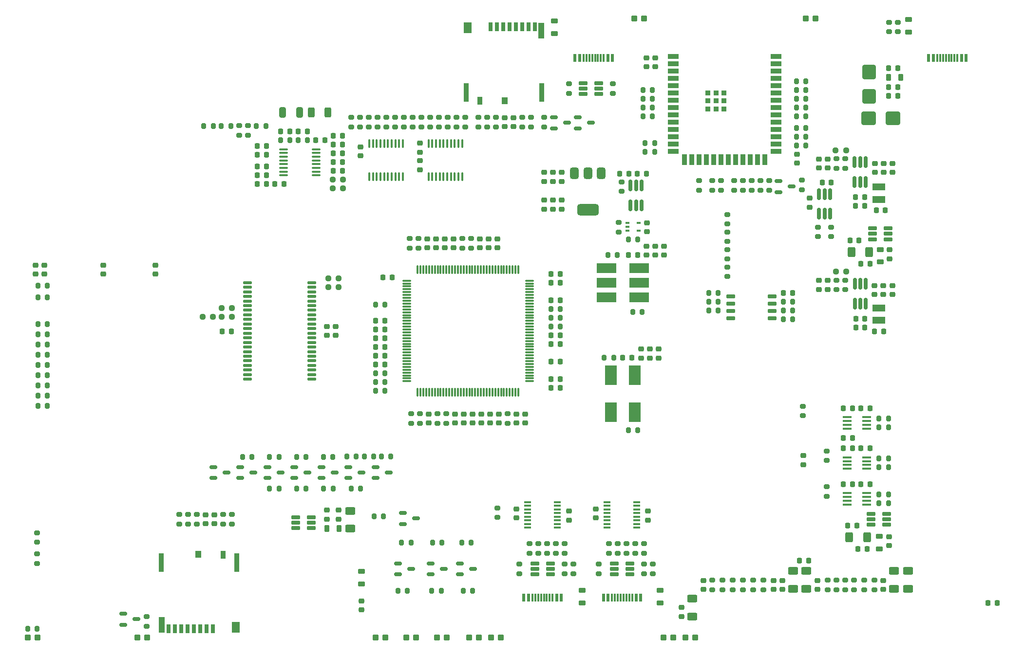
<source format=gbr>
%TF.GenerationSoftware,KiCad,Pcbnew,8.0.4*%
%TF.CreationDate,2024-07-29T15:07:11-07:00*%
%TF.ProjectId,PETER,50455445-522e-46b6-9963-61645f706362,0*%
%TF.SameCoordinates,Original*%
%TF.FileFunction,Paste,Top*%
%TF.FilePolarity,Positive*%
%FSLAX46Y46*%
G04 Gerber Fmt 4.6, Leading zero omitted, Abs format (unit mm)*
G04 Created by KiCad (PCBNEW 8.0.4) date 2024-07-29 15:07:11*
%MOMM*%
%LPD*%
G01*
G04 APERTURE LIST*
G04 Aperture macros list*
%AMRoundRect*
0 Rectangle with rounded corners*
0 $1 Rounding radius*
0 $2 $3 $4 $5 $6 $7 $8 $9 X,Y pos of 4 corners*
0 Add a 4 corners polygon primitive as box body*
4,1,4,$2,$3,$4,$5,$6,$7,$8,$9,$2,$3,0*
0 Add four circle primitives for the rounded corners*
1,1,$1+$1,$2,$3*
1,1,$1+$1,$4,$5*
1,1,$1+$1,$6,$7*
1,1,$1+$1,$8,$9*
0 Add four rect primitives between the rounded corners*
20,1,$1+$1,$2,$3,$4,$5,0*
20,1,$1+$1,$4,$5,$6,$7,0*
20,1,$1+$1,$6,$7,$8,$9,0*
20,1,$1+$1,$8,$9,$2,$3,0*%
G04 Aperture macros list end*
%ADD10RoundRect,0.200000X0.200000X0.275000X-0.200000X0.275000X-0.200000X-0.275000X0.200000X-0.275000X0*%
%ADD11RoundRect,0.162500X-0.617500X-0.162500X0.617500X-0.162500X0.617500X0.162500X-0.617500X0.162500X0*%
%ADD12RoundRect,0.150000X-0.512500X-0.150000X0.512500X-0.150000X0.512500X0.150000X-0.512500X0.150000X0*%
%ADD13RoundRect,0.225000X-0.225000X-0.250000X0.225000X-0.250000X0.225000X0.250000X-0.225000X0.250000X0*%
%ADD14RoundRect,0.200000X-0.275000X0.200000X-0.275000X-0.200000X0.275000X-0.200000X0.275000X0.200000X0*%
%ADD15RoundRect,0.218750X0.218750X0.381250X-0.218750X0.381250X-0.218750X-0.381250X0.218750X-0.381250X0*%
%ADD16R,0.600000X1.450000*%
%ADD17R,0.300000X1.450000*%
%ADD18RoundRect,0.200000X-0.200000X-0.275000X0.200000X-0.275000X0.200000X0.275000X-0.200000X0.275000X0*%
%ADD19RoundRect,0.200000X0.275000X-0.200000X0.275000X0.200000X-0.275000X0.200000X-0.275000X-0.200000X0*%
%ADD20RoundRect,0.250000X0.300000X0.250000X-0.300000X0.250000X-0.300000X-0.250000X0.300000X-0.250000X0*%
%ADD21RoundRect,0.218750X-0.381250X0.218750X-0.381250X-0.218750X0.381250X-0.218750X0.381250X0.218750X0*%
%ADD22RoundRect,0.225000X0.225000X0.250000X-0.225000X0.250000X-0.225000X-0.250000X0.225000X-0.250000X0*%
%ADD23RoundRect,0.218750X0.381250X-0.218750X0.381250X0.218750X-0.381250X0.218750X-0.381250X-0.218750X0*%
%ADD24RoundRect,0.225000X-0.250000X0.225000X-0.250000X-0.225000X0.250000X-0.225000X0.250000X0.225000X0*%
%ADD25R,2.220000X1.240000*%
%ADD26R,1.200000X0.400000*%
%ADD27RoundRect,0.225000X0.250000X-0.225000X0.250000X0.225000X-0.250000X0.225000X-0.250000X-0.225000X0*%
%ADD28RoundRect,0.250000X0.625000X-0.400000X0.625000X0.400000X-0.625000X0.400000X-0.625000X-0.400000X0*%
%ADD29R,3.500000X1.800000*%
%ADD30RoundRect,0.162500X0.162500X-0.837500X0.162500X0.837500X-0.162500X0.837500X-0.162500X-0.837500X0*%
%ADD31R,2.000000X3.500000*%
%ADD32RoundRect,0.100000X0.100000X-0.637500X0.100000X0.637500X-0.100000X0.637500X-0.100000X-0.637500X0*%
%ADD33RoundRect,0.250000X-0.400000X-0.625000X0.400000X-0.625000X0.400000X0.625000X-0.400000X0.625000X0*%
%ADD34RoundRect,0.218750X-0.218750X-0.256250X0.218750X-0.256250X0.218750X0.256250X-0.218750X0.256250X0*%
%ADD35R,1.600000X0.400000*%
%ADD36RoundRect,0.237500X0.250000X0.237500X-0.250000X0.237500X-0.250000X-0.237500X0.250000X-0.237500X0*%
%ADD37RoundRect,0.237500X-0.250000X-0.237500X0.250000X-0.237500X0.250000X0.237500X-0.250000X0.237500X0*%
%ADD38RoundRect,0.218750X0.218750X0.256250X-0.218750X0.256250X-0.218750X-0.256250X0.218750X-0.256250X0*%
%ADD39RoundRect,0.218750X0.256250X-0.218750X0.256250X0.218750X-0.256250X0.218750X-0.256250X-0.218750X0*%
%ADD40RoundRect,0.250000X0.325000X0.650000X-0.325000X0.650000X-0.325000X-0.650000X0.325000X-0.650000X0*%
%ADD41RoundRect,0.250000X-0.300000X-0.250000X0.300000X-0.250000X0.300000X0.250000X-0.300000X0.250000X0*%
%ADD42RoundRect,0.250000X-0.625000X0.400000X-0.625000X-0.400000X0.625000X-0.400000X0.625000X0.400000X0*%
%ADD43RoundRect,0.218750X-0.218750X-0.381250X0.218750X-0.381250X0.218750X0.381250X-0.218750X0.381250X0*%
%ADD44RoundRect,0.250000X-1.000000X-0.900000X1.000000X-0.900000X1.000000X0.900000X-1.000000X0.900000X0*%
%ADD45R,0.700000X1.500000*%
%ADD46R,0.900000X1.330000*%
%ADD47R,1.050000X1.180000*%
%ADD48R,1.340000X1.830000*%
%ADD49R,1.060000X2.800000*%
%ADD50R,0.900000X3.330000*%
%ADD51RoundRect,0.075000X0.075000X-0.662500X0.075000X0.662500X-0.075000X0.662500X-0.075000X-0.662500X0*%
%ADD52RoundRect,0.075000X0.662500X-0.075000X0.662500X0.075000X-0.662500X0.075000X-0.662500X-0.075000X0*%
%ADD53R,1.900000X0.900000*%
%ADD54R,0.900000X1.900000*%
%ADD55R,0.900000X0.900000*%
%ADD56RoundRect,0.100000X-0.225000X-0.100000X0.225000X-0.100000X0.225000X0.100000X-0.225000X0.100000X0*%
%ADD57RoundRect,0.100000X-0.637500X-0.100000X0.637500X-0.100000X0.637500X0.100000X-0.637500X0.100000X0*%
%ADD58RoundRect,0.250000X0.900000X-1.000000X0.900000X1.000000X-0.900000X1.000000X-0.900000X-1.000000X0*%
%ADD59RoundRect,0.150000X-0.650000X-0.150000X0.650000X-0.150000X0.650000X0.150000X-0.650000X0.150000X0*%
%ADD60RoundRect,0.375000X-0.375000X0.625000X-0.375000X-0.625000X0.375000X-0.625000X0.375000X0.625000X0*%
%ADD61RoundRect,0.500000X-1.400000X0.500000X-1.400000X-0.500000X1.400000X-0.500000X1.400000X0.500000X0*%
%ADD62RoundRect,0.137500X-0.625000X-0.137500X0.625000X-0.137500X0.625000X0.137500X-0.625000X0.137500X0*%
%ADD63RoundRect,0.250000X-0.312500X-0.625000X0.312500X-0.625000X0.312500X0.625000X-0.312500X0.625000X0*%
G04 APERTURE END LIST*
D10*
%TO.C,R808*%
X52944800Y-74549000D03*
X51294800Y-74549000D03*
%TD*%
D11*
%TO.C,D1201*%
X101062800Y-9464000D03*
X101062800Y-10414000D03*
X101062800Y-11364000D03*
X103762800Y-11364000D03*
X103762800Y-10414000D03*
X103762800Y-9464000D03*
%TD*%
D12*
%TO.C,Q1202*%
X100195300Y-15433000D03*
X100195300Y-17333000D03*
X102470300Y-16383000D03*
%TD*%
D13*
%TO.C,C909*%
X147484800Y-36830000D03*
X149034800Y-36830000D03*
%TD*%
D14*
%TO.C,R205*%
X146671300Y-43752000D03*
X146671300Y-45402000D03*
%TD*%
D15*
%TO.C,FB201*%
X156307300Y-8509000D03*
X154182300Y-8509000D03*
%TD*%
D16*
%TO.C,J1005*%
X104623800Y-99002800D03*
X105423800Y-99002800D03*
D17*
X106623800Y-99002800D03*
X107623800Y-99002800D03*
X108123800Y-99002800D03*
X109123800Y-99002800D03*
D16*
X110323800Y-99002800D03*
X111123800Y-99002800D03*
X111123800Y-99002800D03*
X110323800Y-99002800D03*
D17*
X109623800Y-99002800D03*
X108623800Y-99002800D03*
X107123800Y-99002800D03*
X106123800Y-99002800D03*
D16*
X105423800Y-99002800D03*
X104623800Y-99002800D03*
%TD*%
D18*
%TO.C,R504*%
X66027800Y-74422000D03*
X67677800Y-74422000D03*
%TD*%
D19*
%TO.C,R206*%
X154228800Y-508000D03*
X154228800Y1142000D03*
%TD*%
%TO.C,R1010*%
X107111800Y-91249000D03*
X107111800Y-89599000D03*
%TD*%
D14*
%TO.C,R605*%
X107746800Y-26666000D03*
X107746800Y-28316000D03*
%TD*%
D18*
%TO.C,R601*%
X74917800Y-89408000D03*
X76567800Y-89408000D03*
%TD*%
%TO.C,R904*%
X152514800Y-81026000D03*
X154164800Y-81026000D03*
%TD*%
%TO.C,R1114*%
X138163800Y-17246600D03*
X139813800Y-17246600D03*
%TD*%
D19*
%TO.C,R1119*%
X127050800Y-97594040D03*
X127050800Y-95944040D03*
%TD*%
D20*
%TO.C,D601*%
X72020800Y-105918000D03*
X70320800Y-105918000D03*
%TD*%
D10*
%TO.C,R606*%
X97141800Y-48768000D03*
X95491800Y-48768000D03*
%TD*%
%TO.C,R510*%
X106412800Y-57277000D03*
X104762800Y-57277000D03*
%TD*%
D18*
%TO.C,R803*%
X46596800Y-80010000D03*
X48246800Y-80010000D03*
%TD*%
D13*
%TO.C,C205*%
X95541800Y-60960000D03*
X97091800Y-60960000D03*
%TD*%
D19*
%TO.C,R211*%
X144195800Y-36181800D03*
X144195800Y-34531800D03*
%TD*%
D12*
%TO.C,Q804*%
X50919300Y-76266000D03*
X50919300Y-78166000D03*
X53194300Y-77216000D03*
%TD*%
D19*
%TO.C,R1201*%
X84378800Y-17081000D03*
X84378800Y-15431000D03*
%TD*%
D12*
%TO.C,Q601*%
X74605300Y-93030000D03*
X74605300Y-94930000D03*
X76880300Y-93980000D03*
%TD*%
D18*
%TO.C,R608*%
X69520800Y-89407500D03*
X71170800Y-89407500D03*
%TD*%
D21*
%TO.C,FB1201*%
X96062800Y1316500D03*
X96062800Y-808500D03*
%TD*%
D22*
%TO.C,C804*%
X59245800Y-20193000D03*
X57695800Y-20193000D03*
%TD*%
D23*
%TO.C,FB901*%
X152577800Y-90470500D03*
X152577800Y-88345500D03*
%TD*%
D19*
%TO.C,R1007*%
X110159800Y-91249000D03*
X110159800Y-89599000D03*
%TD*%
D22*
%TO.C,C215*%
X66611800Y-55372000D03*
X65061800Y-55372000D03*
%TD*%
D14*
%TO.C,R202*%
X146645900Y-22644600D03*
X146645900Y-24294600D03*
%TD*%
D19*
%TO.C,R517*%
X87934800Y-68643000D03*
X87934800Y-66993000D03*
%TD*%
D24*
%TO.C,C236*%
X94284800Y-25006000D03*
X94284800Y-26556000D03*
%TD*%
D25*
%TO.C,L202*%
X152513300Y-48567000D03*
X152513300Y-50747000D03*
%TD*%
D24*
%TO.C,C203*%
X83362800Y-67043000D03*
X83362800Y-68593000D03*
%TD*%
D13*
%TO.C,C912*%
X146341800Y-66040000D03*
X147891800Y-66040000D03*
%TD*%
D14*
%TO.C,R1207*%
X106222800Y-9589000D03*
X106222800Y-11239000D03*
%TD*%
D24*
%TO.C,C706*%
X115112800Y-37833000D03*
X115112800Y-39383000D03*
%TD*%
D18*
%TO.C,R317*%
X38214800Y-16954000D03*
X39864800Y-16954000D03*
%TD*%
D26*
%TO.C,U1002*%
X105223000Y-82359500D03*
X105223000Y-82994500D03*
X105223000Y-83629500D03*
X105223000Y-84264500D03*
X105223000Y-84899500D03*
X105223000Y-85534500D03*
X105223000Y-86169500D03*
X105223000Y-86804500D03*
X110423000Y-86804500D03*
X110423000Y-86169500D03*
X110423000Y-85534500D03*
X110423000Y-84899500D03*
X110423000Y-84264500D03*
X110423000Y-83629500D03*
X110423000Y-82994500D03*
X110423000Y-82359500D03*
%TD*%
D27*
%TO.C,C801*%
X56565800Y-85303750D03*
X56565800Y-83753750D03*
%TD*%
D19*
%TO.C,R711*%
X74472800Y-17081000D03*
X74472800Y-15431000D03*
%TD*%
D28*
%TO.C,F1103*%
X139877800Y-97435000D03*
X139877800Y-94335000D03*
%TD*%
D19*
%TO.C,R712*%
X75996800Y-17081000D03*
X75996800Y-15431000D03*
%TD*%
D18*
%TO.C,R316*%
X44310800Y-16954000D03*
X45960800Y-16954000D03*
%TD*%
%TO.C,R302*%
X6337800Y-46736000D03*
X7987800Y-46736000D03*
%TD*%
%TO.C,R903*%
X152514800Y-76327000D03*
X154164800Y-76327000D03*
%TD*%
D19*
%TO.C,R1123*%
X128828800Y-97599000D03*
X128828800Y-95949000D03*
%TD*%
D22*
%TO.C,C401*%
X39928800Y-52705000D03*
X38378800Y-52705000D03*
%TD*%
D24*
%TO.C,C504*%
X90982800Y-67043000D03*
X90982800Y-68593000D03*
%TD*%
D19*
%TO.C,R1204*%
X91998800Y-17081000D03*
X91998800Y-15431000D03*
%TD*%
D13*
%TO.C,C812*%
X57695800Y-23241000D03*
X59245800Y-23241000D03*
%TD*%
D18*
%TO.C,R604*%
X80251800Y-97790000D03*
X81901800Y-97790000D03*
%TD*%
%TO.C,R807*%
X51295800Y-80010000D03*
X52945800Y-80010000D03*
%TD*%
D19*
%TO.C,R1222*%
X94284800Y-17081000D03*
X94284800Y-15431000D03*
%TD*%
D13*
%TO.C,C708*%
X95541800Y-42672000D03*
X97091800Y-42672000D03*
%TD*%
D20*
%TO.C,D603*%
X66686800Y-105918000D03*
X64986800Y-105918000D03*
%TD*%
%TO.C,D1005*%
X120534800Y-105918000D03*
X118834800Y-105918000D03*
%TD*%
D24*
%TO.C,C225*%
X143597900Y-22694600D03*
X143597900Y-24244600D03*
%TD*%
D19*
%TO.C,R908*%
X143433800Y-75120000D03*
X143433800Y-73470000D03*
%TD*%
D24*
%TO.C,C604*%
X112191800Y-33769000D03*
X112191800Y-35319000D03*
%TD*%
D29*
%TO.C,X701*%
X105150800Y-41669000D03*
X105150800Y-44209000D03*
X105150800Y-46749000D03*
X110850800Y-46749000D03*
X110850800Y-44209000D03*
X110850800Y-41669000D03*
%TD*%
D24*
%TO.C,C230*%
X153275300Y-44665600D03*
X153275300Y-46215600D03*
%TD*%
D13*
%TO.C,C228*%
X154215800Y-11684000D03*
X155765800Y-11684000D03*
%TD*%
D22*
%TO.C,C202*%
X66611800Y-53848000D03*
X65061800Y-53848000D03*
%TD*%
%TO.C,C226*%
X155765800Y-6858000D03*
X154215800Y-6858000D03*
%TD*%
D18*
%TO.C,R303*%
X6337800Y-56769000D03*
X7987800Y-56769000D03*
%TD*%
D13*
%TO.C,C206*%
X95541800Y-47244000D03*
X97091800Y-47244000D03*
%TD*%
D14*
%TO.C,R519*%
X81584800Y-36513000D03*
X81584800Y-38163000D03*
%TD*%
D13*
%TO.C,C245*%
X151752000Y-52679600D03*
X153302000Y-52679600D03*
%TD*%
D18*
%TO.C,R603*%
X79997800Y-89408000D03*
X81647800Y-89408000D03*
%TD*%
D25*
%TO.C,L201*%
X152513300Y-27510400D03*
X152513300Y-29690400D03*
%TD*%
D18*
%TO.C,R307*%
X6337800Y-63881000D03*
X7987800Y-63881000D03*
%TD*%
D12*
%TO.C,Q803*%
X60317300Y-76266000D03*
X60317300Y-78166000D03*
X62592300Y-77216000D03*
%TD*%
D13*
%TO.C,C605*%
X135927800Y-45974000D03*
X137477800Y-45974000D03*
%TD*%
D18*
%TO.C,R523*%
X65011800Y-62992000D03*
X66661800Y-62992000D03*
%TD*%
D28*
%TO.C,F801*%
X60629800Y-86993750D03*
X60629800Y-83893750D03*
%TD*%
D13*
%TO.C,C601*%
X95541800Y-57912000D03*
X97091800Y-57912000D03*
%TD*%
D10*
%TO.C,R809*%
X50151800Y-19431000D03*
X48501800Y-19431000D03*
%TD*%
D22*
%TO.C,C806*%
X53149800Y-17907000D03*
X51599800Y-17907000D03*
%TD*%
D27*
%TO.C,C201*%
X84632800Y-38113000D03*
X84632800Y-36563000D03*
%TD*%
D18*
%TO.C,R613*%
X122923800Y-47498000D03*
X124573800Y-47498000D03*
%TD*%
D12*
%TO.C,Q603*%
X68954300Y-93030000D03*
X68954300Y-94930000D03*
X71229300Y-93980000D03*
%TD*%
D18*
%TO.C,R312*%
X6337800Y-62103000D03*
X7987800Y-62103000D03*
%TD*%
%TO.C,R1219*%
X138163800Y-9118600D03*
X139813800Y-9118600D03*
%TD*%
D19*
%TO.C,R311*%
X6146800Y-89344000D03*
X6146800Y-87694000D03*
%TD*%
D27*
%TO.C,C304*%
X5892800Y-42698000D03*
X5892800Y-41148000D03*
%TD*%
D19*
%TO.C,R1002*%
X91744800Y-91249000D03*
X91744800Y-89599000D03*
%TD*%
D18*
%TO.C,R906*%
X152514800Y-74803000D03*
X154164800Y-74803000D03*
%TD*%
D13*
%TO.C,C244*%
X152056800Y-31623000D03*
X153606800Y-31623000D03*
%TD*%
D19*
%TO.C,R715*%
X80568800Y-17081000D03*
X80568800Y-15431000D03*
%TD*%
D10*
%TO.C,R1213*%
X113143800Y-13690600D03*
X111493800Y-13690600D03*
%TD*%
D19*
%TO.C,R1105*%
X146608800Y-97599000D03*
X146608800Y-95949000D03*
%TD*%
D24*
%TO.C,C214*%
X80314800Y-67043000D03*
X80314800Y-68593000D03*
%TD*%
D13*
%TO.C,C1106*%
X171487800Y-99949000D03*
X173037800Y-99949000D03*
%TD*%
D18*
%TO.C,R610*%
X122923800Y-45974000D03*
X124573800Y-45974000D03*
%TD*%
D24*
%TO.C,C1003*%
X103301800Y-83553000D03*
X103301800Y-85103000D03*
%TD*%
%TO.C,C221*%
X151776700Y-23456600D03*
X151776700Y-25006600D03*
%TD*%
D30*
%TO.C,U203*%
X148312100Y-47811000D03*
X149262100Y-47811000D03*
X150212100Y-47811000D03*
X150212100Y-44391000D03*
X149262100Y-44391000D03*
X148312100Y-44391000D03*
%TD*%
D12*
%TO.C,Q201*%
X21138300Y-101793000D03*
X21138300Y-103693000D03*
X23413300Y-102743000D03*
%TD*%
D19*
%TO.C,R1017*%
X97840800Y-94805000D03*
X97840800Y-93155000D03*
%TD*%
D31*
%TO.C,X501*%
X105900800Y-60250000D03*
X105900800Y-66750000D03*
X110100800Y-66750000D03*
X110100800Y-60250000D03*
%TD*%
D32*
%TO.C,U702*%
X74214800Y-25722500D03*
X74864800Y-25722500D03*
X75514800Y-25722500D03*
X76164800Y-25722500D03*
X76814800Y-25722500D03*
X77464800Y-25722500D03*
X78114800Y-25722500D03*
X78764800Y-25722500D03*
X79414800Y-25722500D03*
X80064800Y-25722500D03*
X80064800Y-19997500D03*
X79414800Y-19997500D03*
X78764800Y-19997500D03*
X78114800Y-19997500D03*
X77464800Y-19997500D03*
X76814800Y-19997500D03*
X76164800Y-19997500D03*
X75514800Y-19997500D03*
X74864800Y-19997500D03*
X74214800Y-19997500D03*
%TD*%
D10*
%TO.C,R503*%
X64692800Y-74422000D03*
X63042800Y-74422000D03*
%TD*%
%TO.C,R806*%
X61644800Y-74422000D03*
X59994800Y-74422000D03*
%TD*%
D18*
%TO.C,R305*%
X6337800Y-60325000D03*
X7987800Y-60325000D03*
%TD*%
D27*
%TO.C,C1203*%
X112064800Y-6617000D03*
X112064800Y-5067000D03*
%TD*%
D19*
%TO.C,R1203*%
X90474800Y-17081000D03*
X90474800Y-15431000D03*
%TD*%
D13*
%TO.C,C210*%
X95541800Y-62484000D03*
X97091800Y-62484000D03*
%TD*%
D24*
%TO.C,C501*%
X74218800Y-67043000D03*
X74218800Y-68593000D03*
%TD*%
D27*
%TO.C,C239*%
X97332800Y-31382000D03*
X97332800Y-29832000D03*
%TD*%
D33*
%TO.C,F901*%
X147344800Y-88519000D03*
X150444800Y-88519000D03*
%TD*%
D10*
%TO.C,R1208*%
X113524800Y-21463000D03*
X111874800Y-21463000D03*
%TD*%
D27*
%TO.C,C709*%
X83108800Y-38113000D03*
X83108800Y-36563000D03*
%TD*%
D22*
%TO.C,C1101*%
X140258800Y-92583000D03*
X138708800Y-92583000D03*
%TD*%
D19*
%TO.C,R1004*%
X93268800Y-91249000D03*
X93268800Y-89599000D03*
%TD*%
D27*
%TO.C,C1002*%
X98602800Y-85484000D03*
X98602800Y-83934000D03*
%TD*%
D24*
%TO.C,C234*%
X142099300Y-43802000D03*
X142099300Y-45352000D03*
%TD*%
D18*
%TO.C,R301*%
X6337800Y-54991000D03*
X7987800Y-54991000D03*
%TD*%
%TO.C,R521*%
X65011800Y-59944000D03*
X66661800Y-59944000D03*
%TD*%
D14*
%TO.C,R505*%
X40055800Y-84519000D03*
X40055800Y-86169000D03*
%TD*%
D19*
%TO.C,R516*%
X80060800Y-38163000D03*
X80060800Y-36513000D03*
%TD*%
D18*
%TO.C,R717*%
X109715800Y-49289000D03*
X111365800Y-49289000D03*
%TD*%
%TO.C,R511*%
X108953800Y-69850000D03*
X110603800Y-69850000D03*
%TD*%
D14*
%TO.C,R313*%
X6146800Y-91377000D03*
X6146800Y-93027000D03*
%TD*%
D22*
%TO.C,C902*%
X150939800Y-79248000D03*
X149389800Y-79248000D03*
%TD*%
D24*
%TO.C,C218*%
X81838800Y-67043000D03*
X81838800Y-68593000D03*
%TD*%
D32*
%TO.C,U701*%
X63927800Y-25722500D03*
X64577800Y-25722500D03*
X65227800Y-25722500D03*
X65877800Y-25722500D03*
X66527800Y-25722500D03*
X67177800Y-25722500D03*
X67827800Y-25722500D03*
X68477800Y-25722500D03*
X69127800Y-25722500D03*
X69777800Y-25722500D03*
X69777800Y-19997500D03*
X69127800Y-19997500D03*
X68477800Y-19997500D03*
X67827800Y-19997500D03*
X67177800Y-19997500D03*
X66527800Y-19997500D03*
X65877800Y-19997500D03*
X65227800Y-19997500D03*
X64577800Y-19997500D03*
X63927800Y-19997500D03*
%TD*%
D14*
%TO.C,R507*%
X33959800Y-84519000D03*
X33959800Y-86169000D03*
%TD*%
D10*
%TO.C,R209*%
X6209800Y-104394000D03*
X4559800Y-104394000D03*
%TD*%
D24*
%TO.C,C707*%
X113588800Y-37833000D03*
X113588800Y-39383000D03*
%TD*%
D18*
%TO.C,R1217*%
X138163800Y-12166600D03*
X139813800Y-12166600D03*
%TD*%
D14*
%TO.C,R1215*%
X125018800Y-26454600D03*
X125018800Y-28104600D03*
%TD*%
D34*
%TO.C,FB804*%
X44475300Y-27051000D03*
X46050300Y-27051000D03*
%TD*%
D10*
%TO.C,R611*%
X137527800Y-49022000D03*
X135877800Y-49022000D03*
%TD*%
%TO.C,R1212*%
X113143800Y-10642600D03*
X111493800Y-10642600D03*
%TD*%
D12*
%TO.C,Q502*%
X36822300Y-76266000D03*
X36822300Y-78166000D03*
X39097300Y-77216000D03*
%TD*%
D27*
%TO.C,C508*%
X73964800Y-38113000D03*
X73964800Y-36563000D03*
%TD*%
%TO.C,C1107*%
X135686800Y-97549000D03*
X135686800Y-95999000D03*
%TD*%
D19*
%TO.C,R1210*%
X133400800Y-28104600D03*
X133400800Y-26454600D03*
%TD*%
D13*
%TO.C,C710*%
X95541800Y-44196000D03*
X97091800Y-44196000D03*
%TD*%
D19*
%TO.C,R705*%
X66852800Y-17081000D03*
X66852800Y-15431000D03*
%TD*%
D20*
%TO.C,D1006*%
X116724800Y-105918000D03*
X115024800Y-105918000D03*
%TD*%
%TO.C,D1002*%
X86752800Y-105918000D03*
X85052800Y-105918000D03*
%TD*%
D12*
%TO.C,Q503*%
X41521300Y-76266000D03*
X41521300Y-78166000D03*
X43796300Y-77216000D03*
%TD*%
D16*
%TO.C,J201*%
X167638800Y-5060292D03*
X166838800Y-5060292D03*
D17*
X165638800Y-5060292D03*
X164638800Y-5060292D03*
X164138800Y-5060292D03*
X163138800Y-5060292D03*
D16*
X161938800Y-5060292D03*
X161138800Y-5060292D03*
X161138800Y-5060292D03*
X161938800Y-5060292D03*
D17*
X162638800Y-5060292D03*
X163638800Y-5060292D03*
X165138800Y-5060292D03*
X166138800Y-5060292D03*
D16*
X166838800Y-5060292D03*
X167638800Y-5060292D03*
%TD*%
D24*
%TO.C,C701*%
X62407800Y-20561000D03*
X62407800Y-22111000D03*
%TD*%
%TO.C,C510*%
X112699800Y-55740000D03*
X112699800Y-57290000D03*
%TD*%
D14*
%TO.C,R1111*%
X130352800Y-26454600D03*
X130352800Y-28104600D03*
%TD*%
D24*
%TO.C,C1103*%
X139369800Y-74282000D03*
X139369800Y-75832000D03*
%TD*%
D13*
%TO.C,C906*%
X146341800Y-71247000D03*
X147891800Y-71247000D03*
%TD*%
D18*
%TO.C,R520*%
X65011800Y-61468000D03*
X66661800Y-61468000D03*
%TD*%
D35*
%TO.C,U901*%
X146940800Y-80813000D03*
X146940800Y-81463000D03*
X146940800Y-82113000D03*
X146940800Y-82763000D03*
X150340800Y-82763000D03*
X150340800Y-82113000D03*
X150340800Y-81463000D03*
X150340800Y-80813000D03*
%TD*%
D36*
%TO.C,R812*%
X59383300Y-27783000D03*
X57558300Y-27783000D03*
%TD*%
D18*
%TO.C,R801*%
X55994800Y-80010000D03*
X57644800Y-80010000D03*
%TD*%
D14*
%TO.C,R618*%
X126161800Y-32322000D03*
X126161800Y-33972000D03*
%TD*%
D33*
%TO.C,F902*%
X147725800Y-38862000D03*
X150825800Y-38862000D03*
%TD*%
D14*
%TO.C,R1206*%
X98602800Y-9589000D03*
X98602800Y-11239000D03*
%TD*%
D19*
%TO.C,R1001*%
X96316800Y-91249000D03*
X96316800Y-89599000D03*
%TD*%
D14*
%TO.C,R1211*%
X139115800Y-26353000D03*
X139115800Y-28003000D03*
%TD*%
D24*
%TO.C,C231*%
X151751300Y-44665600D03*
X151751300Y-46215600D03*
%TD*%
D10*
%TO.C,R615*%
X137527800Y-47498000D03*
X135877800Y-47498000D03*
%TD*%
D13*
%TO.C,C903*%
X147103800Y-86487000D03*
X148653800Y-86487000D03*
%TD*%
D19*
%TO.C,R707*%
X69900800Y-17081000D03*
X69900800Y-15431000D03*
%TD*%
D14*
%TO.C,R318*%
X41325800Y-16891000D03*
X41325800Y-18541000D03*
%TD*%
D19*
%TO.C,R704*%
X65328800Y-17081000D03*
X65328800Y-15431000D03*
%TD*%
D22*
%TO.C,C805*%
X56197800Y-19431000D03*
X54647800Y-19431000D03*
%TD*%
D27*
%TO.C,C1102*%
X141782800Y-97549000D03*
X141782800Y-95999000D03*
%TD*%
%TO.C,C303*%
X7416800Y-42685000D03*
X7416800Y-41135000D03*
%TD*%
D19*
%TO.C,R621*%
X126161800Y-37020000D03*
X126161800Y-35370000D03*
%TD*%
D22*
%TO.C,C506*%
X66611800Y-50800000D03*
X65061800Y-50800000D03*
%TD*%
%TO.C,C211*%
X66611800Y-56896000D03*
X65061800Y-56896000D03*
%TD*%
D37*
%TO.C,R403*%
X38254300Y-48641000D03*
X40079300Y-48641000D03*
%TD*%
D19*
%TO.C,R512*%
X72440800Y-38163000D03*
X72440800Y-36513000D03*
%TD*%
D12*
%TO.C,Q801*%
X55618300Y-76266000D03*
X55618300Y-78166000D03*
X57893300Y-77216000D03*
%TD*%
D22*
%TO.C,C233*%
X150062500Y-51993800D03*
X148512500Y-51993800D03*
%TD*%
D38*
%TO.C,FB803*%
X59258300Y-18669000D03*
X57683300Y-18669000D03*
%TD*%
D24*
%TO.C,C515*%
X89458800Y-67043000D03*
X89458800Y-68593000D03*
%TD*%
D36*
%TO.C,R811*%
X59383300Y-26289000D03*
X57558300Y-26289000D03*
%TD*%
D22*
%TO.C,C232*%
X150062500Y-50469800D03*
X148512500Y-50469800D03*
%TD*%
D19*
%TO.C,R706*%
X68376800Y-17081000D03*
X68376800Y-15431000D03*
%TD*%
D35*
%TO.C,U902*%
X146940800Y-74590000D03*
X146940800Y-75240000D03*
X146940800Y-75890000D03*
X146940800Y-76540000D03*
X150340800Y-76540000D03*
X150340800Y-75890000D03*
X150340800Y-75240000D03*
X150340800Y-74590000D03*
%TD*%
D18*
%TO.C,R309*%
X6337800Y-51435000D03*
X7987800Y-51435000D03*
%TD*%
D22*
%TO.C,C904*%
X150431800Y-90551000D03*
X148881800Y-90551000D03*
%TD*%
D14*
%TO.C,R501*%
X77266800Y-66993000D03*
X77266800Y-68643000D03*
%TD*%
D39*
%TO.C,FB501*%
X111175800Y-57302500D03*
X111175800Y-55727500D03*
%TD*%
D27*
%TO.C,C207*%
X86156800Y-38113000D03*
X86156800Y-36563000D03*
%TD*%
D22*
%TO.C,C910*%
X150939800Y-40894000D03*
X149389800Y-40894000D03*
%TD*%
D19*
%TO.C,R1205*%
X82854800Y-17081000D03*
X82854800Y-15431000D03*
%TD*%
D40*
%TO.C,C702*%
X51817800Y-14605000D03*
X48867800Y-14605000D03*
%TD*%
D27*
%TO.C,C1204*%
X113588800Y-6617000D03*
X113588800Y-5067000D03*
%TD*%
D19*
%TO.C,R1118*%
X123494800Y-97594040D03*
X123494800Y-95944040D03*
%TD*%
D10*
%TO.C,R514*%
X66661800Y-48006000D03*
X65011800Y-48006000D03*
%TD*%
D12*
%TO.C,Q1201*%
X135057300Y-26519600D03*
X135057300Y-28419600D03*
X137332300Y-27469600D03*
%TD*%
D27*
%TO.C,C507*%
X75488800Y-38113000D03*
X75488800Y-36563000D03*
%TD*%
D24*
%TO.C,C905*%
X154228800Y-88379000D03*
X154228800Y-89929000D03*
%TD*%
D10*
%TO.C,R802*%
X57612800Y-74549000D03*
X55962800Y-74549000D03*
%TD*%
D19*
%TO.C,R1006*%
X89966800Y-94805000D03*
X89966800Y-93155000D03*
%TD*%
D13*
%TO.C,C602*%
X110514800Y-25205000D03*
X112064800Y-25205000D03*
%TD*%
D19*
%TO.C,R703*%
X63804800Y-17081000D03*
X63804800Y-15431000D03*
%TD*%
D14*
%TO.C,R1108*%
X128828800Y-26454600D03*
X128828800Y-28104600D03*
%TD*%
D11*
%TO.C,D902*%
X151354800Y-34737000D03*
X151354800Y-35687000D03*
X151354800Y-36637000D03*
X154054800Y-36637000D03*
X154054800Y-35687000D03*
X154054800Y-34737000D03*
%TD*%
D18*
%TO.C,R805*%
X60756800Y-80010000D03*
X62406800Y-80010000D03*
%TD*%
D14*
%TO.C,R1117*%
X139242800Y-65660000D03*
X139242800Y-67310000D03*
%TD*%
D22*
%TO.C,C908*%
X150939800Y-73025000D03*
X149389800Y-73025000D03*
%TD*%
D14*
%TO.C,R502*%
X75742800Y-66993000D03*
X75742800Y-68643000D03*
%TD*%
D10*
%TO.C,R1209*%
X113524800Y-19939000D03*
X111874800Y-19939000D03*
%TD*%
D13*
%TO.C,C242*%
X142658800Y-26720800D03*
X144208800Y-26720800D03*
%TD*%
D22*
%TO.C,C505*%
X66611800Y-58420000D03*
X65061800Y-58420000D03*
%TD*%
D28*
%TO.C,F1104*%
X137591800Y-97435000D03*
X137591800Y-94335000D03*
%TD*%
D18*
%TO.C,R1112*%
X138163800Y-20294600D03*
X139813800Y-20294600D03*
%TD*%
D19*
%TO.C,R1106*%
X148132800Y-97599000D03*
X148132800Y-95949000D03*
%TD*%
D27*
%TO.C,C512*%
X35483800Y-86119000D03*
X35483800Y-84569000D03*
%TD*%
D13*
%TO.C,C803*%
X57695800Y-21717000D03*
X59245800Y-21717000D03*
%TD*%
D24*
%TO.C,C219*%
X153300700Y-23456600D03*
X153300700Y-25006600D03*
%TD*%
D27*
%TO.C,C1110*%
X121970800Y-97544040D03*
X121970800Y-95994040D03*
%TD*%
D10*
%TO.C,R716*%
X107047800Y-39383000D03*
X105397800Y-39383000D03*
%TD*%
D22*
%TO.C,C809*%
X46037800Y-24003000D03*
X44487800Y-24003000D03*
%TD*%
D41*
%TO.C,D1203*%
X109944800Y1778000D03*
X111644800Y1778000D03*
%TD*%
D12*
%TO.C,Q1203*%
X96004300Y-15433000D03*
X96004300Y-17333000D03*
X98279300Y-16383000D03*
%TD*%
D19*
%TO.C,R522*%
X72694800Y-68643000D03*
X72694800Y-66993000D03*
%TD*%
%TO.C,R1019*%
X111683800Y-94805000D03*
X111683800Y-93155000D03*
%TD*%
D24*
%TO.C,C204*%
X86410800Y-67043000D03*
X86410800Y-68593000D03*
%TD*%
D19*
%TO.C,R701*%
X60756800Y-17081000D03*
X60756800Y-15431000D03*
%TD*%
%TO.C,R708*%
X71424800Y-17081000D03*
X71424800Y-15431000D03*
%TD*%
D20*
%TO.C,D202*%
X6234800Y-105918000D03*
X4534800Y-105918000D03*
%TD*%
D11*
%TO.C,D1004*%
X106523800Y-93030000D03*
X106523800Y-93980000D03*
X106523800Y-94930000D03*
X109223800Y-94930000D03*
X109223800Y-93980000D03*
X109223800Y-93030000D03*
%TD*%
D19*
%TO.C,R619*%
X126161800Y-43116000D03*
X126161800Y-41466000D03*
%TD*%
D23*
%TO.C,FB902*%
X152704800Y-40559500D03*
X152704800Y-38434500D03*
%TD*%
D21*
%TO.C,FB202*%
X157657800Y1570500D03*
X157657800Y-554500D03*
%TD*%
D37*
%TO.C,R208*%
X144996800Y-42291000D03*
X146821800Y-42291000D03*
%TD*%
D42*
%TO.C,F1105*%
X120065800Y-99161000D03*
X120065800Y-102261000D03*
%TD*%
D14*
%TO.C,R314*%
X42849800Y-16891000D03*
X42849800Y-18541000D03*
%TD*%
D37*
%TO.C,R203*%
X144971400Y-21183600D03*
X146796400Y-21183600D03*
%TD*%
D19*
%TO.C,R1202*%
X85902800Y-17081000D03*
X85902800Y-15431000D03*
%TD*%
D37*
%TO.C,R404*%
X38254300Y-50165000D03*
X40079300Y-50165000D03*
%TD*%
D13*
%TO.C,C901*%
X146341800Y-79248000D03*
X147891800Y-79248000D03*
%TD*%
%TO.C,C907*%
X146341800Y-73025000D03*
X147891800Y-73025000D03*
%TD*%
D18*
%TO.C,R1220*%
X138163800Y-13690600D03*
X139813800Y-13690600D03*
%TD*%
D22*
%TO.C,C814*%
X46037800Y-20447000D03*
X44487800Y-20447000D03*
%TD*%
D28*
%TO.C,F1101*%
X155117800Y-97435000D03*
X155117800Y-94335000D03*
%TD*%
D41*
%TO.C,D1202*%
X139789800Y1778000D03*
X141489800Y1778000D03*
%TD*%
D35*
%TO.C,U903*%
X146940800Y-67605000D03*
X146940800Y-68255000D03*
X146940800Y-68905000D03*
X146940800Y-69555000D03*
X150340800Y-69555000D03*
X150340800Y-68905000D03*
X150340800Y-68255000D03*
X150340800Y-67605000D03*
%TD*%
D19*
%TO.C,R1008*%
X105587800Y-91249000D03*
X105587800Y-89599000D03*
%TD*%
D20*
%TO.C,D602*%
X77354800Y-105918000D03*
X75654800Y-105918000D03*
%TD*%
D24*
%TO.C,C1202*%
X87426800Y-15481000D03*
X87426800Y-17031000D03*
%TD*%
D18*
%TO.C,R902*%
X152514800Y-69342000D03*
X154164800Y-69342000D03*
%TD*%
D43*
%TO.C,FB801*%
X56519300Y-86954750D03*
X58644300Y-86954750D03*
%TD*%
D30*
%TO.C,U202*%
X148286700Y-26652800D03*
X149236700Y-26652800D03*
X150186700Y-26652800D03*
X150186700Y-23232800D03*
X149236700Y-23232800D03*
X148286700Y-23232800D03*
%TD*%
D44*
%TO.C,Z201*%
X150681800Y-15621000D03*
X154981800Y-15621000D03*
%TD*%
D18*
%TO.C,R602*%
X74790800Y-97790000D03*
X76440800Y-97790000D03*
%TD*%
%TO.C,R616*%
X68885800Y-97790000D03*
X70535800Y-97790000D03*
%TD*%
D19*
%TO.C,R513*%
X70916800Y-38163000D03*
X70916800Y-36513000D03*
%TD*%
D30*
%TO.C,U602*%
X109336800Y-30725000D03*
X110286800Y-30725000D03*
X111236800Y-30725000D03*
X111236800Y-27305000D03*
X110286800Y-27305000D03*
X109336800Y-27305000D03*
%TD*%
D18*
%TO.C,R617*%
X108953800Y-36703000D03*
X110603800Y-36703000D03*
%TD*%
D14*
%TO.C,R1214*%
X123494800Y-26454600D03*
X123494800Y-28104600D03*
%TD*%
D11*
%TO.C,D1001*%
X92680800Y-93030000D03*
X92680800Y-93980000D03*
X92680800Y-94930000D03*
X95380800Y-94930000D03*
X95380800Y-93980000D03*
X95380800Y-93030000D03*
%TD*%
D22*
%TO.C,C913*%
X150939800Y-66040000D03*
X149389800Y-66040000D03*
%TD*%
D45*
%TO.C,J501*%
X36720800Y-104384550D03*
X35620800Y-104384550D03*
X34520800Y-104384550D03*
X33420800Y-104384550D03*
X32320800Y-104384550D03*
X31220800Y-104384550D03*
X30120800Y-104384550D03*
X29020800Y-104384550D03*
D46*
X38510800Y-91519550D03*
D47*
X34245800Y-91444550D03*
D48*
X40700800Y-104169550D03*
D49*
X27840800Y-103684550D03*
D50*
X40920800Y-92919550D03*
X27760800Y-92919550D03*
%TD*%
D26*
%TO.C,U1001*%
X91430800Y-82359500D03*
X91430800Y-82994500D03*
X91430800Y-83629500D03*
X91430800Y-84264500D03*
X91430800Y-84899500D03*
X91430800Y-85534500D03*
X91430800Y-86169500D03*
X91430800Y-86804500D03*
X96630800Y-86804500D03*
X96630800Y-86169500D03*
X96630800Y-85534500D03*
X96630800Y-84899500D03*
X96630800Y-84264500D03*
X96630800Y-83629500D03*
X96630800Y-82994500D03*
X96630800Y-82359500D03*
%TD*%
D13*
%TO.C,C811*%
X47535800Y-27051000D03*
X49085800Y-27051000D03*
%TD*%
D22*
%TO.C,C509*%
X109537800Y-57277000D03*
X107987800Y-57277000D03*
%TD*%
D12*
%TO.C,Q602*%
X79685300Y-93030000D03*
X79685300Y-94930000D03*
X81960300Y-93980000D03*
%TD*%
D22*
%TO.C,C603*%
X109016800Y-25205000D03*
X107466800Y-25205000D03*
%TD*%
D27*
%TO.C,C1108*%
X134162800Y-97549000D03*
X134162800Y-95999000D03*
%TD*%
D13*
%TO.C,C217*%
X95541800Y-54864000D03*
X97091800Y-54864000D03*
%TD*%
D51*
%TO.C,U201*%
X72326800Y-63240500D03*
X72826800Y-63240500D03*
X73326800Y-63240500D03*
X73826800Y-63240500D03*
X74326800Y-63240500D03*
X74826800Y-63240500D03*
X75326800Y-63240500D03*
X75826800Y-63240500D03*
X76326800Y-63240500D03*
X76826800Y-63240500D03*
X77326800Y-63240500D03*
X77826800Y-63240500D03*
X78326800Y-63240500D03*
X78826800Y-63240500D03*
X79326800Y-63240500D03*
X79826800Y-63240500D03*
X80326800Y-63240500D03*
X80826800Y-63240500D03*
X81326800Y-63240500D03*
X81826800Y-63240500D03*
X82326800Y-63240500D03*
X82826800Y-63240500D03*
X83326800Y-63240500D03*
X83826800Y-63240500D03*
X84326800Y-63240500D03*
X84826800Y-63240500D03*
X85326800Y-63240500D03*
X85826800Y-63240500D03*
X86326800Y-63240500D03*
X86826800Y-63240500D03*
X87326800Y-63240500D03*
X87826800Y-63240500D03*
X88326800Y-63240500D03*
X88826800Y-63240500D03*
X89326800Y-63240500D03*
X89826800Y-63240500D03*
D52*
X91739300Y-61328000D03*
X91739300Y-60828000D03*
X91739300Y-60328000D03*
X91739300Y-59828000D03*
X91739300Y-59328000D03*
X91739300Y-58828000D03*
X91739300Y-58328000D03*
X91739300Y-57828000D03*
X91739300Y-57328000D03*
X91739300Y-56828000D03*
X91739300Y-56328000D03*
X91739300Y-55828000D03*
X91739300Y-55328000D03*
X91739300Y-54828000D03*
X91739300Y-54328000D03*
X91739300Y-53828000D03*
X91739300Y-53328000D03*
X91739300Y-52828000D03*
X91739300Y-52328000D03*
X91739300Y-51828000D03*
X91739300Y-51328000D03*
X91739300Y-50828000D03*
X91739300Y-50328000D03*
X91739300Y-49828000D03*
X91739300Y-49328000D03*
X91739300Y-48828000D03*
X91739300Y-48328000D03*
X91739300Y-47828000D03*
X91739300Y-47328000D03*
X91739300Y-46828000D03*
X91739300Y-46328000D03*
X91739300Y-45828000D03*
X91739300Y-45328000D03*
X91739300Y-44828000D03*
X91739300Y-44328000D03*
X91739300Y-43828000D03*
D51*
X89826800Y-41915500D03*
X89326800Y-41915500D03*
X88826800Y-41915500D03*
X88326800Y-41915500D03*
X87826800Y-41915500D03*
X87326800Y-41915500D03*
X86826800Y-41915500D03*
X86326800Y-41915500D03*
X85826800Y-41915500D03*
X85326800Y-41915500D03*
X84826800Y-41915500D03*
X84326800Y-41915500D03*
X83826800Y-41915500D03*
X83326800Y-41915500D03*
X82826800Y-41915500D03*
X82326800Y-41915500D03*
X81826800Y-41915500D03*
X81326800Y-41915500D03*
X80826800Y-41915500D03*
X80326800Y-41915500D03*
X79826800Y-41915500D03*
X79326800Y-41915500D03*
X78826800Y-41915500D03*
X78326800Y-41915500D03*
X77826800Y-41915500D03*
X77326800Y-41915500D03*
X76826800Y-41915500D03*
X76326800Y-41915500D03*
X75826800Y-41915500D03*
X75326800Y-41915500D03*
X74826800Y-41915500D03*
X74326800Y-41915500D03*
X73826800Y-41915500D03*
X73326800Y-41915500D03*
X72826800Y-41915500D03*
X72326800Y-41915500D03*
D52*
X70414300Y-43828000D03*
X70414300Y-44328000D03*
X70414300Y-44828000D03*
X70414300Y-45328000D03*
X70414300Y-45828000D03*
X70414300Y-46328000D03*
X70414300Y-46828000D03*
X70414300Y-47328000D03*
X70414300Y-47828000D03*
X70414300Y-48328000D03*
X70414300Y-48828000D03*
X70414300Y-49328000D03*
X70414300Y-49828000D03*
X70414300Y-50328000D03*
X70414300Y-50828000D03*
X70414300Y-51328000D03*
X70414300Y-51828000D03*
X70414300Y-52328000D03*
X70414300Y-52828000D03*
X70414300Y-53328000D03*
X70414300Y-53828000D03*
X70414300Y-54328000D03*
X70414300Y-54828000D03*
X70414300Y-55328000D03*
X70414300Y-55828000D03*
X70414300Y-56328000D03*
X70414300Y-56828000D03*
X70414300Y-57328000D03*
X70414300Y-57828000D03*
X70414300Y-58328000D03*
X70414300Y-58828000D03*
X70414300Y-59328000D03*
X70414300Y-59828000D03*
X70414300Y-60328000D03*
X70414300Y-60828000D03*
X70414300Y-61328000D03*
%TD*%
D19*
%TO.C,R713*%
X77520800Y-17081000D03*
X77520800Y-15431000D03*
%TD*%
D10*
%TO.C,R804*%
X48245800Y-74549000D03*
X46595800Y-74549000D03*
%TD*%
D24*
%TO.C,C238*%
X97332800Y-25006000D03*
X97332800Y-26556000D03*
%TD*%
D13*
%TO.C,C807*%
X48551800Y-17907000D03*
X50101800Y-17907000D03*
%TD*%
D27*
%TO.C,C1104*%
X153212800Y-97549000D03*
X153212800Y-95999000D03*
%TD*%
%TO.C,C402*%
X58089800Y-53353000D03*
X58089800Y-51803000D03*
%TD*%
%TO.C,C802*%
X58597800Y-85303750D03*
X58597800Y-83753750D03*
%TD*%
D36*
%TO.C,R401*%
X58621300Y-43434000D03*
X56796300Y-43434000D03*
%TD*%
D19*
%TO.C,R1012*%
X103809800Y-94805000D03*
X103809800Y-93155000D03*
%TD*%
D27*
%TO.C,C1109*%
X118160800Y-102248000D03*
X118160800Y-100698000D03*
%TD*%
D22*
%TO.C,C223*%
X150011700Y-30784800D03*
X148461700Y-30784800D03*
%TD*%
D18*
%TO.C,R810*%
X51549800Y-19431000D03*
X53199800Y-19431000D03*
%TD*%
D24*
%TO.C,C1205*%
X138226800Y-21831000D03*
X138226800Y-23381000D03*
%TD*%
D36*
%TO.C,R402*%
X58621300Y-44958000D03*
X56796300Y-44958000D03*
%TD*%
D19*
%TO.C,R714*%
X79044800Y-17081000D03*
X79044800Y-15431000D03*
%TD*%
D14*
%TO.C,R201*%
X145121900Y-22644600D03*
X145121900Y-24294600D03*
%TD*%
D22*
%TO.C,C246*%
X67881800Y-43307000D03*
X66331800Y-43307000D03*
%TD*%
D19*
%TO.C,R1120*%
X130606800Y-97599000D03*
X130606800Y-95949000D03*
%TD*%
D24*
%TO.C,C237*%
X95808800Y-25006000D03*
X95808800Y-26556000D03*
%TD*%
D13*
%TO.C,C813*%
X57695800Y-24765000D03*
X59245800Y-24765000D03*
%TD*%
D18*
%TO.C,R518*%
X41897800Y-74549000D03*
X43547800Y-74549000D03*
%TD*%
D14*
%TO.C,R1109*%
X121208800Y-26454600D03*
X121208800Y-28104600D03*
%TD*%
D18*
%TO.C,R310*%
X6337800Y-58547000D03*
X7987800Y-58547000D03*
%TD*%
D24*
%TO.C,C704*%
X72694800Y-22974000D03*
X72694800Y-24524000D03*
%TD*%
D18*
%TO.C,R315*%
X35166800Y-16954000D03*
X36816800Y-16954000D03*
%TD*%
D24*
%TO.C,C1001*%
X89458800Y-83553000D03*
X89458800Y-85103000D03*
%TD*%
D19*
%TO.C,R1121*%
X132384800Y-97599000D03*
X132384800Y-95949000D03*
%TD*%
D18*
%TO.C,R306*%
X6337800Y-53213000D03*
X7987800Y-53213000D03*
%TD*%
D14*
%TO.C,R506*%
X38531800Y-84519000D03*
X38531800Y-86169000D03*
%TD*%
D27*
%TO.C,C241*%
X94284800Y-31382000D03*
X94284800Y-29832000D03*
%TD*%
D16*
%TO.C,J1002*%
X90780800Y-99002800D03*
X91580800Y-99002800D03*
D17*
X92780800Y-99002800D03*
X93780800Y-99002800D03*
X94280800Y-99002800D03*
X95280800Y-99002800D03*
D16*
X96480800Y-99002800D03*
X97280800Y-99002800D03*
X97280800Y-99002800D03*
X96480800Y-99002800D03*
D17*
X95780800Y-99002800D03*
X94780800Y-99002800D03*
X93280800Y-99002800D03*
X92280800Y-99002800D03*
D16*
X91580800Y-99002800D03*
X90780800Y-99002800D03*
%TD*%
D28*
%TO.C,F1102*%
X157530800Y-97435000D03*
X157530800Y-94335000D03*
%TD*%
D13*
%TO.C,C213*%
X95541800Y-53340000D03*
X97091800Y-53340000D03*
%TD*%
D19*
%TO.C,R1104*%
X145084800Y-97599000D03*
X145084800Y-95949000D03*
%TD*%
D14*
%TO.C,R508*%
X32435800Y-84519000D03*
X32435800Y-86169000D03*
%TD*%
D18*
%TO.C,R1216*%
X138163800Y-10642600D03*
X139813800Y-10642600D03*
%TD*%
D19*
%TO.C,R702*%
X62280800Y-17081000D03*
X62280800Y-15431000D03*
%TD*%
%TO.C,R710*%
X72948800Y-17081000D03*
X72948800Y-15431000D03*
%TD*%
%TO.C,R1005*%
X99364800Y-94805000D03*
X99364800Y-93155000D03*
%TD*%
D24*
%TO.C,C220*%
X154824700Y-23456600D03*
X154824700Y-25006600D03*
%TD*%
D18*
%TO.C,R308*%
X6337800Y-65659000D03*
X7987800Y-65659000D03*
%TD*%
D24*
%TO.C,C1105*%
X62534800Y-99555000D03*
X62534800Y-101105000D03*
%TD*%
D23*
%TO.C,FB802*%
X62534800Y-96566500D03*
X62534800Y-94441500D03*
%TD*%
D27*
%TO.C,C302*%
X26720800Y-42698000D03*
X26720800Y-41148000D03*
%TD*%
D13*
%TO.C,C227*%
X154215800Y-10160000D03*
X155765800Y-10160000D03*
%TD*%
D24*
%TO.C,C243*%
X140450300Y-29501800D03*
X140450300Y-31051800D03*
%TD*%
D27*
%TO.C,C301*%
X17703800Y-42698000D03*
X17703800Y-41148000D03*
%TD*%
D39*
%TO.C,FB701*%
X112090200Y-39395500D03*
X112090200Y-37820500D03*
%TD*%
D19*
%TO.C,R1116*%
X86156800Y-85026000D03*
X86156800Y-83376000D03*
%TD*%
D24*
%TO.C,C911*%
X154355800Y-38468000D03*
X154355800Y-40018000D03*
%TD*%
D14*
%TO.C,R509*%
X30911800Y-84519000D03*
X30911800Y-86169000D03*
%TD*%
D10*
%TO.C,R1115*%
X66407800Y-84836000D03*
X64757800Y-84836000D03*
%TD*%
D24*
%TO.C,C511*%
X114223800Y-55740000D03*
X114223800Y-57290000D03*
%TD*%
D19*
%TO.C,R515*%
X25196800Y-103949000D03*
X25196800Y-102299000D03*
%TD*%
D27*
%TO.C,C216*%
X78536800Y-38113000D03*
X78536800Y-36563000D03*
%TD*%
D18*
%TO.C,R901*%
X152514800Y-82550000D03*
X154164800Y-82550000D03*
%TD*%
D10*
%TO.C,R612*%
X137527800Y-50546000D03*
X135877800Y-50546000D03*
%TD*%
D30*
%TO.C,U205*%
X142102800Y-32190000D03*
X143052800Y-32190000D03*
X144002800Y-32190000D03*
X144002800Y-28770000D03*
X143052800Y-28770000D03*
X142102800Y-28770000D03*
%TD*%
D16*
%TO.C,J1202*%
X106170800Y-5060292D03*
X105370800Y-5060292D03*
D17*
X104170800Y-5060292D03*
X103170800Y-5060292D03*
X102670800Y-5060292D03*
X101670800Y-5060292D03*
D16*
X100470800Y-5060292D03*
X99670800Y-5060292D03*
X99670800Y-5060292D03*
X100470800Y-5060292D03*
D17*
X101170800Y-5060292D03*
X102170800Y-5060292D03*
X103670800Y-5060292D03*
X104670800Y-5060292D03*
D16*
X105370800Y-5060292D03*
X106170800Y-5060292D03*
%TD*%
D19*
%TO.C,R1102*%
X149910800Y-97599000D03*
X149910800Y-95949000D03*
%TD*%
D22*
%TO.C,C705*%
X110553800Y-39383000D03*
X109003800Y-39383000D03*
%TD*%
%TO.C,C208*%
X66611800Y-52324000D03*
X65061800Y-52324000D03*
%TD*%
D18*
%TO.C,R1218*%
X138163800Y-15214600D03*
X139813800Y-15214600D03*
%TD*%
D53*
%TO.C,U1201*%
X116729200Y-4819600D03*
X116729200Y-6089600D03*
X116729200Y-7359600D03*
X116729200Y-8629600D03*
X116729200Y-9899600D03*
X116729200Y-11169600D03*
X116729200Y-12439600D03*
X116729200Y-13709600D03*
X116729200Y-14979600D03*
X116729200Y-16249600D03*
X116729200Y-17519600D03*
X116729200Y-18789600D03*
X116729200Y-20059600D03*
X116729200Y-21329600D03*
D54*
X118694200Y-22779600D03*
X119964200Y-22779600D03*
X121234200Y-22779600D03*
X122504200Y-22779600D03*
X123774200Y-22779600D03*
X125044200Y-22779600D03*
X126314200Y-22779600D03*
X127584200Y-22779600D03*
X128854200Y-22779600D03*
X130124200Y-22779600D03*
X131394200Y-22779600D03*
X132664200Y-22779600D03*
D53*
X134629200Y-21329600D03*
X134629200Y-20059600D03*
X134629200Y-18789600D03*
X134629200Y-17519600D03*
X134629200Y-16249600D03*
X134629200Y-14979600D03*
X134629200Y-13709600D03*
X134629200Y-12439600D03*
X134629200Y-11169600D03*
X134629200Y-9899600D03*
X134629200Y-8629600D03*
X134629200Y-7359600D03*
X134629200Y-6089600D03*
X134629200Y-4819600D03*
D55*
X122779200Y-11139600D03*
X122779200Y-12539600D03*
X122779200Y-13939600D03*
X124179200Y-11139600D03*
X124179200Y-12539600D03*
X124179200Y-13939600D03*
X125579200Y-11139600D03*
X125579200Y-12539600D03*
X125579200Y-13939600D03*
%TD*%
D36*
%TO.C,R405*%
X36777300Y-50165000D03*
X34952300Y-50165000D03*
%TD*%
D10*
%TO.C,R609*%
X97141800Y-50292000D03*
X95491800Y-50292000D03*
%TD*%
D19*
%TO.C,R1003*%
X94792800Y-91249000D03*
X94792800Y-89599000D03*
%TD*%
%TO.C,R524*%
X71170800Y-68643000D03*
X71170800Y-66993000D03*
%TD*%
%TO.C,R207*%
X155752800Y-508000D03*
X155752800Y1142000D03*
%TD*%
D14*
%TO.C,R204*%
X145147300Y-43752000D03*
X145147300Y-45402000D03*
%TD*%
D56*
%TO.C,U601*%
X108828800Y-33817800D03*
X108828800Y-34467800D03*
X108828800Y-35117800D03*
X110728800Y-35117800D03*
X110728800Y-33817800D03*
%TD*%
D22*
%TO.C,C222*%
X150011700Y-29260800D03*
X148461700Y-29260800D03*
%TD*%
D57*
%TO.C,U801*%
X49004300Y-20966000D03*
X49004300Y-21616000D03*
X49004300Y-22266000D03*
X49004300Y-22916000D03*
X49004300Y-23566000D03*
X49004300Y-24216000D03*
X49004300Y-24866000D03*
X49004300Y-25516000D03*
X54729300Y-25516000D03*
X54729300Y-24866000D03*
X54729300Y-24216000D03*
X54729300Y-23566000D03*
X54729300Y-22916000D03*
X54729300Y-22266000D03*
X54729300Y-21616000D03*
X54729300Y-20966000D03*
%TD*%
D58*
%TO.C,D201*%
X150774400Y-11802000D03*
X150774400Y-7502000D03*
%TD*%
D19*
%TO.C,R1011*%
X113207800Y-94805000D03*
X113207800Y-93155000D03*
%TD*%
D45*
%TO.C,J1201*%
X84970600Y371550D03*
X86070600Y371550D03*
X87170600Y371550D03*
X88270600Y371550D03*
X89370600Y371550D03*
X90470600Y371550D03*
X91570600Y371550D03*
X92670600Y371550D03*
D46*
X83180600Y-12493450D03*
D47*
X87445600Y-12568450D03*
D48*
X80990600Y156550D03*
D49*
X93850600Y-328450D03*
D50*
X80770600Y-11093450D03*
X93930600Y-11093450D03*
%TD*%
D59*
%TO.C,U603*%
X126752800Y-46609000D03*
X126752800Y-47879000D03*
X126752800Y-49149000D03*
X126752800Y-50419000D03*
X133952800Y-50419000D03*
X133952800Y-49149000D03*
X133952800Y-47879000D03*
X133952800Y-46609000D03*
%TD*%
D10*
%TO.C,R607*%
X97141800Y-51816000D03*
X95491800Y-51816000D03*
%TD*%
D12*
%TO.C,Q604*%
X69779300Y-84267000D03*
X69779300Y-86167000D03*
X72054300Y-85217000D03*
%TD*%
D13*
%TO.C,C808*%
X44487800Y-21971000D03*
X46037800Y-21971000D03*
%TD*%
D27*
%TO.C,C1004*%
X112318800Y-85484000D03*
X112318800Y-83934000D03*
%TD*%
D14*
%TO.C,R1107*%
X131876800Y-26454600D03*
X131876800Y-28104600D03*
%TD*%
D27*
%TO.C,C513*%
X37007800Y-86119000D03*
X37007800Y-84569000D03*
%TD*%
D19*
%TO.C,R1103*%
X143560800Y-97599000D03*
X143560800Y-95949000D03*
%TD*%
D18*
%TO.C,R1113*%
X138163800Y-18770600D03*
X139813800Y-18770600D03*
%TD*%
D19*
%TO.C,R1009*%
X108635800Y-91249000D03*
X108635800Y-89599000D03*
%TD*%
D60*
%TO.C,U204*%
X104204800Y-25171000D03*
X101904800Y-25171000D03*
X99604800Y-25171000D03*
D61*
X101904800Y-31471000D03*
%TD*%
D24*
%TO.C,C229*%
X154824700Y-44665600D03*
X154824700Y-46215600D03*
%TD*%
D27*
%TO.C,C403*%
X56565800Y-53353000D03*
X56565800Y-51803000D03*
%TD*%
D10*
%TO.C,R1221*%
X113143800Y-12166600D03*
X111493800Y-12166600D03*
%TD*%
D24*
%TO.C,C224*%
X142073900Y-22694600D03*
X142073900Y-24244600D03*
%TD*%
D12*
%TO.C,Q802*%
X46220300Y-76266000D03*
X46220300Y-78166000D03*
X48495300Y-77216000D03*
%TD*%
%TO.C,Q501*%
X65016300Y-76266000D03*
X65016300Y-78166000D03*
X67291300Y-77216000D03*
%TD*%
D21*
%TO.C,FB1001*%
X100888800Y-97743500D03*
X100888800Y-99868500D03*
%TD*%
D11*
%TO.C,D801*%
X51151800Y-84975750D03*
X51151800Y-85925750D03*
X51151800Y-86875750D03*
X53851800Y-86875750D03*
X53851800Y-85925750D03*
X53851800Y-84975750D03*
%TD*%
D18*
%TO.C,R304*%
X6337800Y-44704000D03*
X7987800Y-44704000D03*
%TD*%
D20*
%TO.C,D501*%
X25284800Y-105918000D03*
X23584800Y-105918000D03*
%TD*%
D27*
%TO.C,C212*%
X77012800Y-38113000D03*
X77012800Y-36563000D03*
%TD*%
D19*
%TO.C,R1018*%
X97840800Y-91249000D03*
X97840800Y-89599000D03*
%TD*%
D20*
%TO.C,D1003*%
X82942800Y-105918000D03*
X81242800Y-105918000D03*
%TD*%
D19*
%TO.C,R210*%
X141909800Y-36181800D03*
X141909800Y-34531800D03*
%TD*%
D62*
%TO.C,U401*%
X42799500Y-44178000D03*
X42799500Y-44978000D03*
X42799500Y-45778000D03*
X42799500Y-46578000D03*
X42799500Y-47378000D03*
X42799500Y-48178000D03*
X42799500Y-48978000D03*
X42799500Y-49778000D03*
X42799500Y-50578000D03*
X42799500Y-51378000D03*
X42799500Y-52178000D03*
X42799500Y-52978000D03*
X42799500Y-53778000D03*
X42799500Y-54578000D03*
X42799500Y-55378000D03*
X42799500Y-56178000D03*
X42799500Y-56978000D03*
X42799500Y-57778000D03*
X42799500Y-58578000D03*
X42799500Y-59378000D03*
X42799500Y-60178000D03*
X42799500Y-60978000D03*
X53974500Y-60978000D03*
X53974500Y-60178000D03*
X53974500Y-59378000D03*
X53974500Y-58578000D03*
X53974500Y-57778000D03*
X53974500Y-56978000D03*
X53974500Y-56178000D03*
X53974500Y-55378000D03*
X53974500Y-54578000D03*
X53974500Y-53778000D03*
X53974500Y-52978000D03*
X53974500Y-52178000D03*
X53974500Y-51378000D03*
X53974500Y-50578000D03*
X53974500Y-49778000D03*
X53974500Y-48978000D03*
X53974500Y-48178000D03*
X53974500Y-47378000D03*
X53974500Y-46578000D03*
X53974500Y-45778000D03*
X53974500Y-44978000D03*
X53974500Y-44178000D03*
%TD*%
D19*
%TO.C,R1122*%
X125272800Y-97599000D03*
X125272800Y-95949000D03*
%TD*%
%TO.C,R907*%
X143433800Y-81343000D03*
X143433800Y-79693000D03*
%TD*%
D14*
%TO.C,R1110*%
X127304800Y-26454600D03*
X127304800Y-28104600D03*
%TD*%
D63*
%TO.C,R709*%
X53833300Y-14605000D03*
X56758300Y-14605000D03*
%TD*%
D11*
%TO.C,D901*%
X151100800Y-84394000D03*
X151100800Y-85344000D03*
X151100800Y-86294000D03*
X153800800Y-86294000D03*
X153800800Y-85344000D03*
X153800800Y-84394000D03*
%TD*%
D24*
%TO.C,C703*%
X72694800Y-19926000D03*
X72694800Y-21476000D03*
%TD*%
D18*
%TO.C,R1223*%
X111493800Y-15214600D03*
X113143800Y-15214600D03*
%TD*%
D19*
%TO.C,R1020*%
X111683800Y-91249000D03*
X111683800Y-89599000D03*
%TD*%
D24*
%TO.C,C1201*%
X88950800Y-15481000D03*
X88950800Y-17031000D03*
%TD*%
%TO.C,C235*%
X143623300Y-43802000D03*
X143623300Y-45352000D03*
%TD*%
%TO.C,C502*%
X78790800Y-67043000D03*
X78790800Y-68593000D03*
%TD*%
%TO.C,C209*%
X84886800Y-67043000D03*
X84886800Y-68593000D03*
%TD*%
D18*
%TO.C,R614*%
X122923800Y-49022000D03*
X124573800Y-49022000D03*
%TD*%
D27*
%TO.C,C240*%
X95808800Y-31382000D03*
X95808800Y-29832000D03*
%TD*%
D21*
%TO.C,FB1002*%
X114477800Y-97743500D03*
X114477800Y-99868500D03*
%TD*%
D19*
%TO.C,R1101*%
X151688800Y-97599000D03*
X151688800Y-95949000D03*
%TD*%
D18*
%TO.C,R905*%
X152514800Y-67818000D03*
X154164800Y-67818000D03*
%TD*%
D14*
%TO.C,R620*%
X126161800Y-38418000D03*
X126161800Y-40068000D03*
%TD*%
D19*
%TO.C,R622*%
X107238800Y-35369000D03*
X107238800Y-33719000D03*
%TD*%
D22*
%TO.C,C810*%
X46037800Y-25527000D03*
X44487800Y-25527000D03*
%TD*%
M02*

</source>
